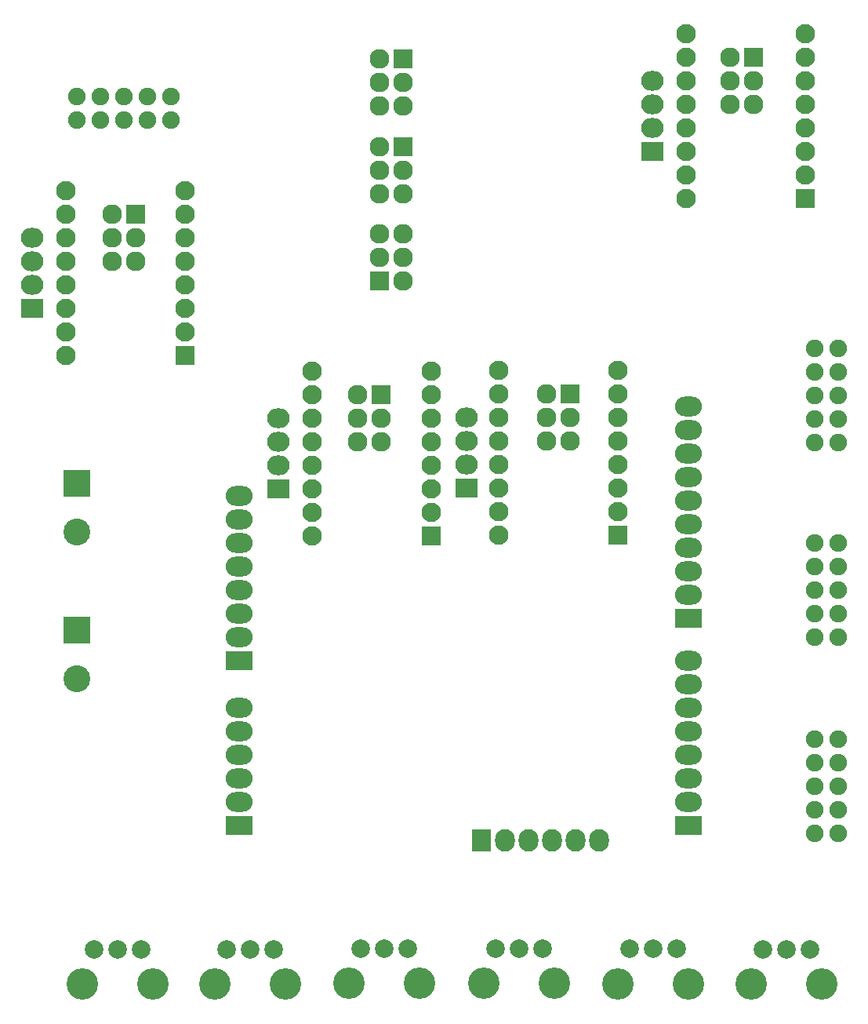
<source format=gbs>
G04 #@! TF.FileFunction,Soldermask,Bot*
%FSLAX46Y46*%
G04 Gerber Fmt 4.6, Leading zero omitted, Abs format (unit mm)*
G04 Created by KiCad (PCBNEW 4.0.0-rc1-stable) date 23.12.2015 15:42:51*
%MOMM*%
G01*
G04 APERTURE LIST*
%ADD10C,0.150000*%
%ADD11C,2.900000*%
%ADD12R,2.900000X2.900000*%
%ADD13C,3.400000*%
%ADD14C,2.000000*%
%ADD15C,1.906220*%
%ADD16R,2.900000X2.127200*%
%ADD17O,2.900000X2.127200*%
%ADD18R,2.127200X2.432000*%
%ADD19O,2.127200X2.432000*%
%ADD20R,2.127200X2.127200*%
%ADD21O,2.127200X2.127200*%
%ADD22R,2.432000X2.127200*%
%ADD23O,2.432000X2.127200*%
%ADD24C,2.100000*%
%ADD25R,2.100000X2.100000*%
G04 APERTURE END LIST*
D10*
D11*
X7137400Y54084400D03*
D12*
X7137400Y59334400D03*
D13*
X79933800Y5292400D03*
D14*
X81203800Y9042400D03*
X83743800Y9042400D03*
X86283800Y9042400D03*
D13*
X87553800Y5292400D03*
X65532000Y5317800D03*
D14*
X66802000Y9067800D03*
X69342000Y9067800D03*
X71882000Y9067800D03*
D13*
X73152000Y5317800D03*
X51079400Y5343200D03*
D14*
X52349400Y9093200D03*
X54889400Y9093200D03*
X57429400Y9093200D03*
D13*
X58699400Y5343200D03*
X36525200Y5343200D03*
D14*
X37795200Y9093200D03*
X40335200Y9093200D03*
X42875200Y9093200D03*
D13*
X44145200Y5343200D03*
X21971000Y5292400D03*
D14*
X23241000Y9042400D03*
X25781000Y9042400D03*
X28321000Y9042400D03*
D13*
X29591000Y5292400D03*
X7670800Y5292400D03*
D14*
X8940800Y9042400D03*
X11480800Y9042400D03*
X14020800Y9042400D03*
D13*
X15290800Y5292400D03*
D15*
X7086600Y98475800D03*
X7086600Y101015800D03*
X9626600Y98475800D03*
X9626600Y101015800D03*
X12166600Y98475800D03*
X12166600Y101015800D03*
X14706600Y98475800D03*
X14706600Y101015800D03*
X17246600Y98475800D03*
X17246600Y101015800D03*
X86741000Y73863200D03*
X89281000Y73863200D03*
X86741000Y71323200D03*
X89281000Y71323200D03*
X86741000Y68783200D03*
X89281000Y68783200D03*
X86741000Y66243200D03*
X89281000Y66243200D03*
X86741000Y63703200D03*
X89281000Y63703200D03*
X86741000Y52832000D03*
X89281000Y52832000D03*
X86741000Y50292000D03*
X89281000Y50292000D03*
X86741000Y47752000D03*
X89281000Y47752000D03*
X86741000Y45212000D03*
X89281000Y45212000D03*
X86741000Y42672000D03*
X89281000Y42672000D03*
X86791800Y31673800D03*
X89331800Y31673800D03*
X86791800Y29133800D03*
X89331800Y29133800D03*
X86791800Y26593800D03*
X89331800Y26593800D03*
X86791800Y24053800D03*
X89331800Y24053800D03*
X86791800Y21513800D03*
X89331800Y21513800D03*
D16*
X73138000Y22352000D03*
D17*
X73138000Y24892000D03*
X73138000Y27432000D03*
X73138000Y29972000D03*
X73138000Y32512000D03*
X73138000Y35052000D03*
X73138000Y37592000D03*
X73138000Y40132000D03*
D16*
X73138000Y44696000D03*
D17*
X73138000Y47236000D03*
X73138000Y49776000D03*
X73138000Y52316000D03*
X73138000Y54856000D03*
X73138000Y57396000D03*
X73138000Y59936000D03*
X73138000Y62476000D03*
X73138000Y65016000D03*
X73138000Y67556000D03*
D16*
X24638000Y22352000D03*
D17*
X24638000Y24892000D03*
X24638000Y27432000D03*
X24638000Y29972000D03*
X24638000Y32512000D03*
X24638000Y35052000D03*
D16*
X24638000Y40152000D03*
D17*
X24638000Y42692000D03*
X24638000Y45232000D03*
X24638000Y47772000D03*
X24638000Y50312000D03*
X24638000Y52852000D03*
X24638000Y55392000D03*
X24638000Y57932000D03*
D18*
X50825400Y20751800D03*
D19*
X53365400Y20751800D03*
X55905400Y20751800D03*
X58445400Y20751800D03*
X60985400Y20751800D03*
X63525400Y20751800D03*
D11*
X7112000Y38247500D03*
D12*
X7112000Y43497500D03*
D20*
X42291000Y95605600D03*
D21*
X39751000Y95605600D03*
X42291000Y93065600D03*
X39751000Y93065600D03*
X42291000Y90525600D03*
X39751000Y90525600D03*
D20*
X39751000Y81127600D03*
D21*
X42291000Y81127600D03*
X39751000Y83667600D03*
X42291000Y83667600D03*
X39751000Y86207600D03*
X42291000Y86207600D03*
D22*
X2260600Y78155800D03*
D23*
X2260600Y80695800D03*
X2260600Y83235800D03*
X2260600Y85775800D03*
D20*
X13436600Y88315800D03*
D21*
X10896600Y88315800D03*
X13436600Y85775800D03*
X10896600Y85775800D03*
X13436600Y83235800D03*
X10896600Y83235800D03*
D20*
X80200500Y105283000D03*
D21*
X77660500Y105283000D03*
X80200500Y102743000D03*
X77660500Y102743000D03*
X80200500Y100203000D03*
X77660500Y100203000D03*
D22*
X69215000Y95123000D03*
D23*
X69215000Y97663000D03*
X69215000Y100203000D03*
X69215000Y102743000D03*
D22*
X28829000Y58699400D03*
D23*
X28829000Y61239400D03*
X28829000Y63779400D03*
X28829000Y66319400D03*
D20*
X39941500Y68859400D03*
D21*
X37401500Y68859400D03*
X39941500Y66319400D03*
X37401500Y66319400D03*
X39941500Y63779400D03*
X37401500Y63779400D03*
D22*
X49149000Y58762900D03*
D23*
X49149000Y61302900D03*
X49149000Y63842900D03*
X49149000Y66382900D03*
D20*
X60388500Y68922900D03*
D21*
X57848500Y68922900D03*
X60388500Y66382900D03*
X57848500Y66382900D03*
X60388500Y63842900D03*
X57848500Y63842900D03*
D20*
X42291000Y105130600D03*
D21*
X39751000Y105130600D03*
X42291000Y102590600D03*
X39751000Y102590600D03*
X42291000Y100050600D03*
X39751000Y100050600D03*
D24*
X5920600Y88315800D03*
X5920600Y90855800D03*
X5920600Y85775800D03*
X5920600Y83235800D03*
X5920600Y80695800D03*
X5920600Y78155800D03*
X5920600Y75615800D03*
X5920600Y73075800D03*
D25*
X18770600Y73075800D03*
D24*
X18770600Y75615800D03*
X18770600Y78155800D03*
X18770600Y80695800D03*
X18770600Y83235800D03*
X18770600Y85775800D03*
X18770600Y90855800D03*
X18770600Y88315800D03*
X52682000Y68922900D03*
X52682000Y71462900D03*
X52682000Y66382900D03*
X52682000Y63842900D03*
X52682000Y61302900D03*
X52682000Y58762900D03*
X52682000Y56222900D03*
X52682000Y53682900D03*
D25*
X65532000Y53682900D03*
D24*
X65532000Y56222900D03*
X65532000Y58762900D03*
X65532000Y61302900D03*
X65532000Y63842900D03*
X65532000Y66382900D03*
X65532000Y71462900D03*
X65532000Y68922900D03*
X32489000Y68859400D03*
X32489000Y71399400D03*
X32489000Y66319400D03*
X32489000Y63779400D03*
X32489000Y61239400D03*
X32489000Y58699400D03*
X32489000Y56159400D03*
X32489000Y53619400D03*
D25*
X45339000Y53619400D03*
D24*
X45339000Y56159400D03*
X45339000Y58699400D03*
X45339000Y61239400D03*
X45339000Y63779400D03*
X45339000Y66319400D03*
X45339000Y71399400D03*
X45339000Y68859400D03*
X72875000Y105283000D03*
X72875000Y107823000D03*
X72875000Y102743000D03*
X72875000Y100203000D03*
X72875000Y97663000D03*
X72875000Y95123000D03*
X72875000Y92583000D03*
X72875000Y90043000D03*
D25*
X85725000Y90043000D03*
D24*
X85725000Y92583000D03*
X85725000Y95123000D03*
X85725000Y97663000D03*
X85725000Y100203000D03*
X85725000Y102743000D03*
X85725000Y107823000D03*
X85725000Y105283000D03*
M02*

</source>
